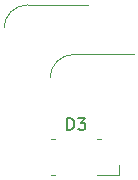
<source format=gbr>
G04 #@! TF.GenerationSoftware,KiCad,Pcbnew,(6.0.8)*
G04 #@! TF.CreationDate,2022-10-26T00:02:16-07:00*
G04 #@! TF.ProjectId,BldcDriverBoard,426c6463-4472-4697-9665-72426f617264,rev?*
G04 #@! TF.SameCoordinates,Original*
G04 #@! TF.FileFunction,Legend,Bot*
G04 #@! TF.FilePolarity,Positive*
%FSLAX46Y46*%
G04 Gerber Fmt 4.6, Leading zero omitted, Abs format (unit mm)*
G04 Created by KiCad (PCBNEW (6.0.8)) date 2022-10-26 00:02:16*
%MOMM*%
%LPD*%
G01*
G04 APERTURE LIST*
%ADD10C,0.150000*%
%ADD11C,0.120000*%
G04 APERTURE END LIST*
D10*
X123261904Y-87702380D02*
X123261904Y-86702380D01*
X123500000Y-86702380D01*
X123642857Y-86750000D01*
X123738095Y-86845238D01*
X123785714Y-86940476D01*
X123833333Y-87130952D01*
X123833333Y-87273809D01*
X123785714Y-87464285D01*
X123738095Y-87559523D01*
X123642857Y-87654761D01*
X123500000Y-87702380D01*
X123261904Y-87702380D01*
X124166666Y-86702380D02*
X124785714Y-86702380D01*
X124452380Y-87083333D01*
X124595238Y-87083333D01*
X124690476Y-87130952D01*
X124738095Y-87178571D01*
X124785714Y-87273809D01*
X124785714Y-87511904D01*
X124738095Y-87607142D01*
X124690476Y-87654761D01*
X124595238Y-87702380D01*
X124309523Y-87702380D01*
X124214285Y-87654761D01*
X124166666Y-87607142D01*
D11*
X121900000Y-88490000D02*
X122200000Y-88490000D01*
X127600000Y-91510000D02*
X125800000Y-91510000D01*
X121900000Y-91510000D02*
X122200000Y-91510000D01*
X126100000Y-88490000D02*
X125800000Y-88490000D01*
X127600000Y-90700000D02*
X127600000Y-91510000D01*
X123800000Y-81300000D02*
G75*
G03*
X121800000Y-83300000I-1J-1999999D01*
G01*
X119900000Y-77100000D02*
G75*
G03*
X117900000Y-79100000I-1J-1999999D01*
G01*
X119900000Y-77100000D02*
X125000000Y-77100000D01*
X123800000Y-81300000D02*
X128900000Y-81300000D01*
M02*

</source>
